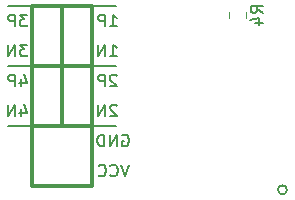
<source format=gbr>
%TF.GenerationSoftware,KiCad,Pcbnew,5.1.8*%
%TF.CreationDate,2021-01-07T21:55:06-06:00*%
%TF.ProjectId,hdmi_pmod,68646d69-5f70-46d6-9f64-2e6b69636164,rev?*%
%TF.SameCoordinates,Original*%
%TF.FileFunction,Legend,Bot*%
%TF.FilePolarity,Positive*%
%FSLAX46Y46*%
G04 Gerber Fmt 4.6, Leading zero omitted, Abs format (unit mm)*
G04 Created by KiCad (PCBNEW 5.1.8) date 2021-01-07 21:55:06*
%MOMM*%
%LPD*%
G01*
G04 APERTURE LIST*
%ADD10C,0.203200*%
%ADD11C,0.304800*%
%ADD12C,0.152400*%
%ADD13C,0.120000*%
%ADD14C,0.150000*%
G04 APERTURE END LIST*
D10*
%TO.C,PMOD0*%
X92481001Y-71526001D02*
X94513001Y-71526001D01*
D11*
X89941001Y-71526001D02*
X89941001Y-76606001D01*
X89941001Y-71526001D02*
X89941001Y-66446001D01*
X92481001Y-71526001D02*
X87401001Y-71526001D01*
X92481001Y-76606001D02*
X87401001Y-76606001D01*
X92481001Y-66446001D02*
X87401001Y-66446001D01*
X92481001Y-81686001D02*
X92481001Y-66446001D01*
X87401001Y-81686001D02*
X92481001Y-81686001D01*
X87401001Y-66446001D02*
X87401001Y-81686001D01*
D10*
X85369001Y-71526001D02*
X87401001Y-71526001D01*
X85369001Y-76606001D02*
X87401001Y-76606001D01*
X92481001Y-76606001D02*
X94513001Y-76606001D01*
X92481001Y-66446001D02*
X94513001Y-66446001D01*
X85369001Y-66446001D02*
X87401001Y-66446001D01*
D12*
%TO.C,J0*%
X108966000Y-81999699D02*
G75*
G03*
X108966000Y-81999699I-381000J0D01*
G01*
D13*
%TO.C,R4*%
X104065000Y-67427064D02*
X104065000Y-66972936D01*
X105535000Y-67427064D02*
X105535000Y-66972936D01*
%TO.C,PMOD0*%
D14*
X94560524Y-74883620D02*
X94512905Y-74836001D01*
X94417667Y-74788381D01*
X94179572Y-74788381D01*
X94084334Y-74836001D01*
X94036715Y-74883620D01*
X93989096Y-74978858D01*
X93989096Y-75074096D01*
X94036715Y-75216953D01*
X94608143Y-75788381D01*
X93989096Y-75788381D01*
X93560524Y-75788381D02*
X93560524Y-74788381D01*
X92989096Y-75788381D01*
X92989096Y-74788381D01*
X94536715Y-72343620D02*
X94489096Y-72296001D01*
X94393858Y-72248381D01*
X94155762Y-72248381D01*
X94060524Y-72296001D01*
X94012905Y-72343620D01*
X93965286Y-72438858D01*
X93965286Y-72534096D01*
X94012905Y-72676953D01*
X94584334Y-73248381D01*
X93965286Y-73248381D01*
X93536715Y-73248381D02*
X93536715Y-72248381D01*
X93155762Y-72248381D01*
X93060524Y-72296001D01*
X93012905Y-72343620D01*
X92965286Y-72438858D01*
X92965286Y-72581715D01*
X93012905Y-72676953D01*
X93060524Y-72724572D01*
X93155762Y-72772191D01*
X93536715Y-72772191D01*
X93989096Y-70708381D02*
X94560524Y-70708381D01*
X94274810Y-70708381D02*
X94274810Y-69708381D01*
X94370048Y-69851239D01*
X94465286Y-69946477D01*
X94560524Y-69994096D01*
X93560524Y-70708381D02*
X93560524Y-69708381D01*
X92989096Y-70708381D01*
X92989096Y-69708381D01*
X93965286Y-68168381D02*
X94536715Y-68168381D01*
X94251001Y-68168381D02*
X94251001Y-67168381D01*
X94346239Y-67311239D01*
X94441477Y-67406477D01*
X94536715Y-67454096D01*
X93536715Y-68168381D02*
X93536715Y-67168381D01*
X93155762Y-67168381D01*
X93060524Y-67216001D01*
X93012905Y-67263620D01*
X92965286Y-67358858D01*
X92965286Y-67501715D01*
X93012905Y-67596953D01*
X93060524Y-67644572D01*
X93155762Y-67692191D01*
X93536715Y-67692191D01*
X86464334Y-75121715D02*
X86464334Y-75788381D01*
X86702429Y-74740762D02*
X86940524Y-75455048D01*
X86321477Y-75455048D01*
X85940524Y-75788381D02*
X85940524Y-74788381D01*
X85369096Y-75788381D01*
X85369096Y-74788381D01*
X86440524Y-72581715D02*
X86440524Y-73248381D01*
X86678620Y-72200762D02*
X86916715Y-72915048D01*
X86297667Y-72915048D01*
X85916715Y-73248381D02*
X85916715Y-72248381D01*
X85535762Y-72248381D01*
X85440524Y-72296001D01*
X85392905Y-72343620D01*
X85345286Y-72438858D01*
X85345286Y-72581715D01*
X85392905Y-72676953D01*
X85440524Y-72724572D01*
X85535762Y-72772191D01*
X85916715Y-72772191D01*
X86988143Y-69708381D02*
X86369096Y-69708381D01*
X86702429Y-70089334D01*
X86559572Y-70089334D01*
X86464334Y-70136953D01*
X86416715Y-70184572D01*
X86369096Y-70279810D01*
X86369096Y-70517905D01*
X86416715Y-70613143D01*
X86464334Y-70660762D01*
X86559572Y-70708381D01*
X86845286Y-70708381D01*
X86940524Y-70660762D01*
X86988143Y-70613143D01*
X85940524Y-70708381D02*
X85940524Y-69708381D01*
X85369096Y-70708381D01*
X85369096Y-69708381D01*
X86964334Y-67168381D02*
X86345286Y-67168381D01*
X86678620Y-67549334D01*
X86535762Y-67549334D01*
X86440524Y-67596953D01*
X86392905Y-67644572D01*
X86345286Y-67739810D01*
X86345286Y-67977905D01*
X86392905Y-68073143D01*
X86440524Y-68120762D01*
X86535762Y-68168381D01*
X86821477Y-68168381D01*
X86916715Y-68120762D01*
X86964334Y-68073143D01*
X85916715Y-68168381D02*
X85916715Y-67168381D01*
X85535762Y-67168381D01*
X85440524Y-67216001D01*
X85392905Y-67263620D01*
X85345286Y-67358858D01*
X85345286Y-67501715D01*
X85392905Y-67596953D01*
X85440524Y-67644572D01*
X85535762Y-67692191D01*
X85916715Y-67692191D01*
X95020905Y-77376001D02*
X95116143Y-77328381D01*
X95259001Y-77328381D01*
X95401858Y-77376001D01*
X95497096Y-77471239D01*
X95544715Y-77566477D01*
X95592334Y-77756953D01*
X95592334Y-77899810D01*
X95544715Y-78090286D01*
X95497096Y-78185524D01*
X95401858Y-78280762D01*
X95259001Y-78328381D01*
X95163762Y-78328381D01*
X95020905Y-78280762D01*
X94973286Y-78233143D01*
X94973286Y-77899810D01*
X95163762Y-77899810D01*
X94544715Y-78328381D02*
X94544715Y-77328381D01*
X93973286Y-78328381D01*
X93973286Y-77328381D01*
X93497096Y-78328381D02*
X93497096Y-77328381D01*
X93259001Y-77328381D01*
X93116143Y-77376001D01*
X93020905Y-77471239D01*
X92973286Y-77566477D01*
X92925667Y-77756953D01*
X92925667Y-77899810D01*
X92973286Y-78090286D01*
X93020905Y-78185524D01*
X93116143Y-78280762D01*
X93259001Y-78328381D01*
X93497096Y-78328381D01*
X95592334Y-79868381D02*
X95259001Y-80868381D01*
X94925667Y-79868381D01*
X94020905Y-80773143D02*
X94068524Y-80820762D01*
X94211381Y-80868381D01*
X94306620Y-80868381D01*
X94449477Y-80820762D01*
X94544715Y-80725524D01*
X94592334Y-80630286D01*
X94639953Y-80439810D01*
X94639953Y-80296953D01*
X94592334Y-80106477D01*
X94544715Y-80011239D01*
X94449477Y-79916001D01*
X94306620Y-79868381D01*
X94211381Y-79868381D01*
X94068524Y-79916001D01*
X94020905Y-79963620D01*
X93020905Y-80773143D02*
X93068524Y-80820762D01*
X93211381Y-80868381D01*
X93306620Y-80868381D01*
X93449477Y-80820762D01*
X93544715Y-80725524D01*
X93592334Y-80630286D01*
X93639953Y-80439810D01*
X93639953Y-80296953D01*
X93592334Y-80106477D01*
X93544715Y-80011239D01*
X93449477Y-79916001D01*
X93306620Y-79868381D01*
X93211381Y-79868381D01*
X93068524Y-79916001D01*
X93020905Y-79963620D01*
%TO.C,R4*%
X106902380Y-67033333D02*
X106426190Y-66700000D01*
X106902380Y-66461904D02*
X105902380Y-66461904D01*
X105902380Y-66842857D01*
X105950000Y-66938095D01*
X105997619Y-66985714D01*
X106092857Y-67033333D01*
X106235714Y-67033333D01*
X106330952Y-66985714D01*
X106378571Y-66938095D01*
X106426190Y-66842857D01*
X106426190Y-66461904D01*
X106235714Y-67890476D02*
X106902380Y-67890476D01*
X105854761Y-67652380D02*
X106569047Y-67414285D01*
X106569047Y-68033333D01*
%TD*%
M02*

</source>
